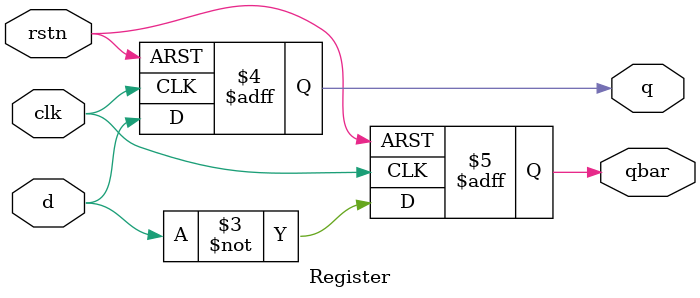
<source format=v>
module Register(d,rstn,clk,q,qbar);

input d,rstn,clk ;
output reg q,qbar ;

always @(posedge clk or negedge rstn) begin
    if (~rstn) begin
        q <= 1'b0 ;
        qbar <= 1'b1 ;
    end
    else begin
        q <= d ;
        qbar <= ~d ;
    end
end
    
endmodule


</source>
